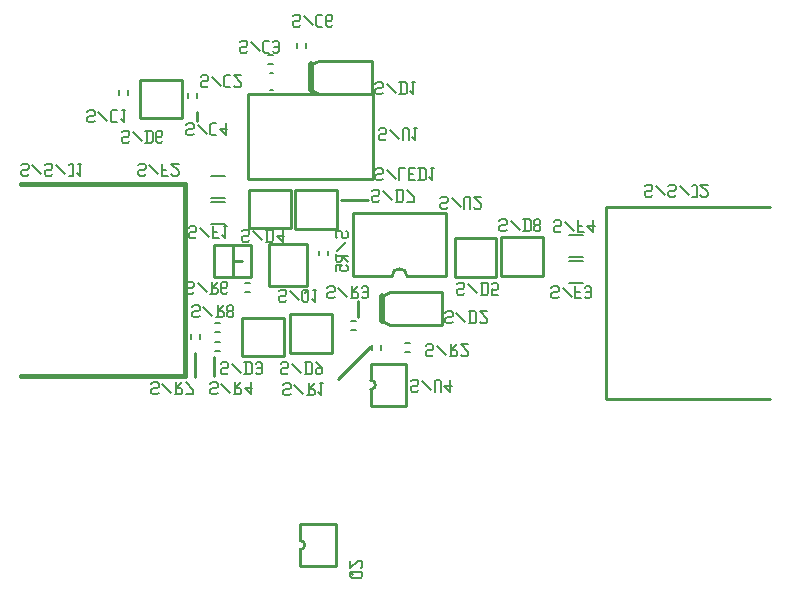
<source format=gbr>
G04 start of page 15 for group -4078 idx -4078 *
G04 Title: (unknown), bottomsilk *
G04 Creator: pcb 20100929 *
G04 CreationDate: Mon 18 Oct 2010 20:02:07 GMT UTC *
G04 For: alex *
G04 Format: Gerber/RS-274X *
G04 PCB-Dimensions: 253937 234252 *
G04 PCB-Coordinate-Origin: lower left *
%MOIN*%
%FSLAX25Y25*%
%LNBACKSILK*%
%ADD11C,0.0200*%
%ADD12C,0.0098*%
%ADD18C,0.0150*%
%ADD19C,0.0079*%
%ADD62C,0.0100*%
%ADD63C,0.0080*%
G54D12*X107874Y138977D02*X116930D01*
X106693Y79134D02*X117323Y89764D01*
X113386Y105119D02*Y100001D01*
X59056Y79922D02*Y87796D01*
X65355Y80315D02*Y86615D01*
X59843Y165355D02*Y168111D01*
G54D62*X106017Y16969D02*X94217D01*
X106017Y30869D02*Y16969D01*
X94217Y30869D02*X106017D01*
X94217Y25469D02*Y30869D01*
Y16969D02*Y22369D01*
G75*G03X94217Y25369I0J1500D01*G01*
X129560Y70416D02*X117760D01*
X129560Y84316D02*Y70416D01*
X117760Y84316D02*X129560D01*
X117760Y78916D02*Y84316D01*
Y70416D02*Y75816D01*
G75*G03X117760Y78816I0J1500D01*G01*
G54D19*X111186Y98449D02*X112760D01*
X111186Y95433D02*X112760D01*
G54D62*X104863Y88089D02*Y100889D01*
X90963D02*X104863D01*
X90963Y88089D02*Y100889D01*
Y88089D02*X104863D01*
X129805Y113507D02*X142871D01*
X111739D02*X124805D01*
X142871Y134719D02*Y113507D01*
X111739Y134719D02*X142871D01*
X111739D02*Y113507D01*
X129805D02*G75*G03X124805Y113507I-2500J0D01*G01*
X145692Y126124D02*Y113324D01*
X159592D01*
Y126124D02*Y113324D01*
X145692Y126124D02*X159592D01*
G54D19*X103477Y122047D02*Y120473D01*
X100461Y122047D02*Y120473D01*
X121193Y90551D02*Y88977D01*
X118177Y90551D02*Y88977D01*
X129296Y88347D02*X130870D01*
X129296Y91363D02*X130870D01*
G54D62*X123996Y97282D02*X121396Y98482D01*
X123996Y97282D02*X141596D01*
Y108282D02*Y97282D01*
X123996Y108282D02*X141596D01*
X121396Y107082D02*X123996Y108282D01*
G54D11*X121396Y107082D02*Y98482D01*
G54D62*X196182Y136587D02*X250957D01*
X196182Y72587D02*Y136587D01*
Y72587D02*X250957D01*
G54D63*X183860Y119882D02*X188584D01*
X183860Y127362D02*X188584D01*
X183859Y111222D02*X188583D01*
X183859Y118702D02*X188583D01*
G54D62*X175173Y126443D02*Y113643D01*
X161273Y126443D02*X175173D01*
X161273D02*Y113643D01*
X175173D01*
X40874Y166203D02*Y179003D01*
Y166203D02*X54774D01*
Y179003D01*
X40874D02*X54774D01*
G54D19*X36852Y175429D02*Y173855D01*
X33836Y175429D02*Y173855D01*
X56851Y172996D02*Y174570D01*
X59867Y172996D02*Y174570D01*
G54D63*X64568Y147048D02*X69292D01*
X64568Y139568D02*X69292D01*
G54D62*X118343Y174367D02*Y145867D01*
X76943Y174367D02*X118343D01*
X76943D02*Y145867D01*
X118343D01*
X100556Y174397D02*X97956Y175597D01*
X118156Y174397D02*X100556D01*
X118156Y185397D02*Y174397D01*
X100556Y185397D02*X118156D01*
X97956Y184197D02*X100556Y185397D01*
G54D11*X97956Y175597D02*Y184197D01*
G54D63*X84254Y181102D02*X85040D01*
X84254Y175592D02*X85040D01*
G54D19*X83465Y184319D02*X85039D01*
X83465Y187335D02*X85039D01*
X96300Y191106D02*Y189532D01*
X93284Y191106D02*Y189532D01*
X75824Y111261D02*X77398D01*
X75824Y108245D02*X77398D01*
G54D62*X71654Y118505D02*X74654D01*
X71654Y113205D02*Y123805D01*
X77954Y113205D02*X65354D01*
X77954Y123805D02*Y113205D01*
X65354Y123805D02*X77954D01*
X65354Y113205D02*Y123805D01*
X106370Y142190D02*Y129390D01*
X92470Y142190D02*X106370D01*
X92470D02*Y129390D01*
X106370D01*
G54D63*X64568Y138386D02*X69292D01*
X64568Y130906D02*X69292D01*
G54D62*X83721Y110354D02*X96521D01*
Y124254D01*
X83721D02*X96521D01*
X83721Y110354D02*Y124254D01*
X77096Y142264D02*Y129464D01*
X90996D01*
Y142264D02*Y129464D01*
X77096Y142264D02*X90996D01*
G54D18*X1170Y80304D02*X55945D01*
Y144304D02*Y80304D01*
X1170Y144304D02*X55945D01*
G54D19*X65749Y94949D02*X67323D01*
X65749Y97965D02*X67323D01*
X60957Y92521D02*Y94095D01*
X57941Y92521D02*Y94095D01*
X65749Y88650D02*X67323D01*
X65749Y91666D02*X67323D01*
G54D62*X74827Y99745D02*X88727D01*
Y86945D01*
X74827D02*X88727D01*
X74827Y99745D02*Y86945D01*
G54D19*X111391Y13033D02*X114391D01*
X114891Y13533D01*
Y14533D01*
X114391Y15033D01*
X111391D02*X114391D01*
X110891Y14533D02*X111391Y15033D01*
X110891Y13533D02*Y14533D01*
X111391Y13033D02*X110891Y13533D01*
X111891Y14033D02*X110891Y15033D01*
X114391Y16234D02*X114891Y16734D01*
Y18234D01*
X114391Y18734D01*
X113391D02*X114391D01*
X110891Y16234D02*X113391Y18734D01*
X110891Y16234D02*Y18734D01*
X89796Y80922D02*X90296Y81422D01*
X88296Y80922D02*X89796D01*
X87796Y81422D02*X88296Y80922D01*
X87796Y81422D02*Y82422D01*
X88296Y82922D01*
X89796D01*
X90296Y83422D01*
Y84422D01*
X89796Y84922D02*X90296Y84422D01*
X88296Y84922D02*X89796D01*
X87796Y84422D02*X88296Y84922D01*
X91497Y84422D02*X94497Y81422D01*
X96198Y80922D02*Y84922D01*
X97698Y80922D02*X98198Y81422D01*
Y84422D01*
X97698Y84922D02*X98198Y84422D01*
X95698Y84922D02*X97698D01*
X95698Y80922D02*X97698D01*
X99399Y84922D02*X101399Y82922D01*
Y81422D02*Y82922D01*
X100899Y80922D02*X101399Y81422D01*
X99899Y80922D02*X100899D01*
X99399Y81422D02*X99899Y80922D01*
X99399Y81422D02*Y82422D01*
X99899Y82922D01*
X101399D01*
X63025Y176591D02*X63525Y177091D01*
X61525Y176591D02*X63025D01*
X61025Y177091D02*X61525Y176591D01*
X61025Y177091D02*Y178091D01*
X61525Y178591D01*
X63025D01*
X63525Y179091D01*
Y180091D01*
X63025Y180591D02*X63525Y180091D01*
X61525Y180591D02*X63025D01*
X61025Y180091D02*X61525Y180591D01*
X64726Y180091D02*X67726Y177091D01*
X69427Y180591D02*X70927D01*
X68927Y180091D02*X69427Y180591D01*
X68927Y177091D02*Y180091D01*
Y177091D02*X69427Y176591D01*
X70927D01*
X72128Y177091D02*X72628Y176591D01*
X74128D01*
X74628Y177091D01*
Y178091D01*
X72128Y180591D02*X74628Y178091D01*
X72128Y180591D02*X74628D01*
X76016Y188009D02*X76516Y188509D01*
X74516Y188009D02*X76016D01*
X74016Y188509D02*X74516Y188009D01*
X74016Y188509D02*Y189509D01*
X74516Y190009D01*
X76016D01*
X76516Y190509D01*
Y191509D01*
X76016Y192009D02*X76516Y191509D01*
X74516Y192009D02*X76016D01*
X74016Y191509D02*X74516Y192009D01*
X77717Y191509D02*X80717Y188509D01*
X82418Y192009D02*X83918D01*
X81918Y191509D02*X82418Y192009D01*
X81918Y188509D02*Y191509D01*
Y188509D02*X82418Y188009D01*
X83918D01*
X85119Y188509D02*X85619Y188009D01*
X86619D01*
X87119Y188509D01*
Y191509D01*
X86619Y192009D02*X87119Y191509D01*
X85619Y192009D02*X86619D01*
X85119Y191509D02*X85619Y192009D01*
Y190009D02*X87119D01*
X93732Y196670D02*X94232Y197170D01*
X92232Y196670D02*X93732D01*
X91732Y197170D02*X92232Y196670D01*
X91732Y197170D02*Y198170D01*
X92232Y198670D01*
X93732D01*
X94232Y199170D01*
Y200170D01*
X93732Y200670D02*X94232Y200170D01*
X92232Y200670D02*X93732D01*
X91732Y200170D02*X92232Y200670D01*
X95433Y200170D02*X98433Y197170D01*
X100134Y200670D02*X101634D01*
X99634Y200170D02*X100134Y200670D01*
X99634Y197170D02*Y200170D01*
Y197170D02*X100134Y196670D01*
X101634D01*
X104335D02*X104835Y197170D01*
X103335Y196670D02*X104335D01*
X102835Y197170D02*X103335Y196670D01*
X102835Y197170D02*Y200170D01*
X103335Y200670D01*
X104335Y198670D02*X104835Y199170D01*
X102835Y198670D02*X104335D01*
X103335Y200670D02*X104335D01*
X104835Y200170D01*
Y199170D02*Y200170D01*
X121292Y145488D02*X121792Y145988D01*
X119792Y145488D02*X121292D01*
X119292Y145988D02*X119792Y145488D01*
X119292Y145988D02*Y146988D01*
X119792Y147488D01*
X121292D01*
X121792Y147988D01*
Y148988D01*
X121292Y149488D02*X121792Y148988D01*
X119792Y149488D02*X121292D01*
X119292Y148988D02*X119792Y149488D01*
X122993Y148988D02*X125993Y145988D01*
X127194Y145488D02*Y149488D01*
X129194D01*
X130395Y147488D02*X131895D01*
X130395Y149488D02*X132395D01*
X130395Y145488D02*Y149488D01*
Y145488D02*X132395D01*
X134096D02*Y149488D01*
X135596Y145488D02*X136096Y145988D01*
Y148988D01*
X135596Y149488D02*X136096Y148988D01*
X133596Y149488D02*X135596D01*
X133596Y145488D02*X135596D01*
X137797Y149488D02*X138797D01*
X138297Y145488D02*Y149488D01*
X137297Y146488D02*X138297Y145488D01*
X59088Y126198D02*X59588Y126698D01*
X57588Y126198D02*X59088D01*
X57088Y126698D02*X57588Y126198D01*
X57088Y126698D02*Y127698D01*
X57588Y128198D01*
X59088D01*
X59588Y128698D01*
Y129698D01*
X59088Y130198D02*X59588Y129698D01*
X57588Y130198D02*X59088D01*
X57088Y129698D02*X57588Y130198D01*
X60789Y129698D02*X63789Y126698D01*
X64990Y126198D02*Y130198D01*
Y126198D02*X66990D01*
X64990Y128198D02*X66490D01*
X68691Y130198D02*X69691D01*
X69191Y126198D02*Y130198D01*
X68191Y127198D02*X69191Y126198D01*
X76804Y125016D02*X77304Y125516D01*
X75304Y125016D02*X76804D01*
X74804Y125516D02*X75304Y125016D01*
X74804Y125516D02*Y126516D01*
X75304Y127016D01*
X76804D01*
X77304Y127516D01*
Y128516D01*
X76804Y129016D02*X77304Y128516D01*
X75304Y129016D02*X76804D01*
X74804Y128516D02*X75304Y129016D01*
X78505Y128516D02*X81505Y125516D01*
X83206Y125016D02*Y129016D01*
X84706Y125016D02*X85206Y125516D01*
Y128516D01*
X84706Y129016D02*X85206Y128516D01*
X82706Y129016D02*X84706D01*
X82706Y125016D02*X84706D01*
X86407Y127016D02*X88407Y125016D01*
X86407Y127016D02*X88907D01*
X88407Y125016D02*Y129016D01*
X106119Y126741D02*X106619Y126241D01*
X106119Y126741D02*Y128241D01*
X106619Y128741D02*X106119Y128241D01*
X106619Y128741D02*X107619D01*
X108119Y128241D01*
Y126741D02*Y128241D01*
Y126741D02*X108619Y126241D01*
X109619D01*
X110119Y126741D02*X109619Y126241D01*
X110119Y126741D02*Y128241D01*
X109619Y128741D02*X110119Y128241D01*
X109619Y125040D02*X106619Y122040D01*
X106119Y118839D02*Y120839D01*
Y118839D02*X106619Y118339D01*
X107619D01*
X108119Y118839D02*X107619Y118339D01*
X108119Y118839D02*Y120339D01*
X106119D02*X110119D01*
X108119D02*X110119Y118339D01*
X106119Y115138D02*Y117138D01*
X108119D01*
X107619Y116638D01*
Y115638D02*Y116638D01*
Y115638D02*X108119Y115138D01*
X109619D01*
X110119Y115638D02*X109619Y115138D01*
X110119Y115638D02*Y116638D01*
X109619Y117138D02*X110119Y116638D01*
X122474Y158874D02*X122974Y159374D01*
X120974Y158874D02*X122474D01*
X120474Y159374D02*X120974Y158874D01*
X120474Y159374D02*Y160374D01*
X120974Y160874D01*
X122474D01*
X122974Y161374D01*
Y162374D01*
X122474Y162874D02*X122974Y162374D01*
X120974Y162874D02*X122474D01*
X120474Y162374D02*X120974Y162874D01*
X124175Y162374D02*X127175Y159374D01*
X128376Y158874D02*Y162374D01*
X128876Y162874D01*
X129876D01*
X130376Y162374D01*
Y158874D02*Y162374D01*
X132077Y162874D02*X133077D01*
X132577Y158874D02*Y162874D01*
X131577Y159874D02*X132577Y158874D01*
X121293Y174229D02*X121793Y174729D01*
X119793Y174229D02*X121293D01*
X119293Y174729D02*X119793Y174229D01*
X119293Y174729D02*Y175729D01*
X119793Y176229D01*
X121293D01*
X121793Y176729D01*
Y177729D01*
X121293Y178229D02*X121793Y177729D01*
X119793Y178229D02*X121293D01*
X119293Y177729D02*X119793Y178229D01*
X122994Y177729D02*X125994Y174729D01*
X127695Y174229D02*Y178229D01*
X129195Y174229D02*X129695Y174729D01*
Y177729D01*
X129195Y178229D02*X129695Y177729D01*
X127195Y178229D02*X129195D01*
X127195Y174229D02*X129195D01*
X131396Y178229D02*X132396D01*
X131896Y174229D02*Y178229D01*
X130896Y175229D02*X131896Y174229D01*
X89008Y104938D02*X89508Y105438D01*
X87508Y104938D02*X89008D01*
X87008Y105438D02*X87508Y104938D01*
X87008Y105438D02*Y106438D01*
X87508Y106938D01*
X89008D01*
X89508Y107438D01*
Y108438D01*
X89008Y108938D02*X89508Y108438D01*
X87508Y108938D02*X89008D01*
X87008Y108438D02*X87508Y108938D01*
X90709Y108438D02*X93709Y105438D01*
X94910D02*Y108438D01*
Y105438D02*X95410Y104938D01*
X96410D01*
X96910Y105438D01*
Y108438D01*
X96410Y108938D02*X96910Y108438D01*
X95410Y108938D02*X96410D01*
X94910Y108438D02*X95410Y108938D01*
X95910Y107938D02*X96910Y108938D01*
X98611D02*X99611D01*
X99111Y104938D02*Y108938D01*
X98111Y105938D02*X99111Y104938D01*
X69718Y80921D02*X70218Y81421D01*
X68218Y80921D02*X69718D01*
X67718Y81421D02*X68218Y80921D01*
X67718Y81421D02*Y82421D01*
X68218Y82921D01*
X69718D01*
X70218Y83421D01*
Y84421D01*
X69718Y84921D02*X70218Y84421D01*
X68218Y84921D02*X69718D01*
X67718Y84421D02*X68218Y84921D01*
X71419Y84421D02*X74419Y81421D01*
X76120Y80921D02*Y84921D01*
X77620Y80921D02*X78120Y81421D01*
Y84421D01*
X77620Y84921D02*X78120Y84421D01*
X75620Y84921D02*X77620D01*
X75620Y80921D02*X77620D01*
X79321Y81421D02*X79821Y80921D01*
X80821D01*
X81321Y81421D01*
Y84421D01*
X80821Y84921D02*X81321Y84421D01*
X79821Y84921D02*X80821D01*
X79321Y84421D02*X79821Y84921D01*
Y82921D02*X81321D01*
X142945Y136040D02*X143445Y136540D01*
X141445Y136040D02*X142945D01*
X140945Y136540D02*X141445Y136040D01*
X140945Y136540D02*Y137540D01*
X141445Y138040D01*
X142945D01*
X143445Y138540D01*
Y139540D01*
X142945Y140040D02*X143445Y139540D01*
X141445Y140040D02*X142945D01*
X140945Y139540D02*X141445Y140040D01*
X144646Y139540D02*X147646Y136540D01*
X148847Y136040D02*Y139540D01*
X149347Y140040D01*
X150347D01*
X150847Y139540D01*
Y136040D02*Y139540D01*
X152048Y136540D02*X152548Y136040D01*
X154048D01*
X154548Y136540D01*
Y137540D01*
X152048Y140040D02*X154548Y137540D01*
X152048Y140040D02*X154548D01*
X144519Y97851D02*X145019Y98351D01*
X143019Y97851D02*X144519D01*
X142519Y98351D02*X143019Y97851D01*
X142519Y98351D02*Y99351D01*
X143019Y99851D01*
X144519D01*
X145019Y100351D01*
Y101351D01*
X144519Y101851D02*X145019Y101351D01*
X143019Y101851D02*X144519D01*
X142519Y101351D02*X143019Y101851D01*
X146220Y101351D02*X149220Y98351D01*
X150921Y97851D02*Y101851D01*
X152421Y97851D02*X152921Y98351D01*
Y101351D01*
X152421Y101851D02*X152921Y101351D01*
X150421Y101851D02*X152421D01*
X150421Y97851D02*X152421D01*
X154122Y98351D02*X154622Y97851D01*
X156122D01*
X156622Y98351D01*
Y99351D01*
X154122Y101851D02*X156622Y99351D01*
X154122Y101851D02*X156622D01*
X133103Y75016D02*X133603Y75516D01*
X131603Y75016D02*X133103D01*
X131103Y75516D02*X131603Y75016D01*
X131103Y75516D02*Y76516D01*
X131603Y77016D01*
X133103D01*
X133603Y77516D01*
Y78516D01*
X133103Y79016D02*X133603Y78516D01*
X131603Y79016D02*X133103D01*
X131103Y78516D02*X131603Y79016D01*
X134804Y78516D02*X137804Y75516D01*
X139005Y75016D02*Y78516D01*
X139505Y79016D01*
X140505D01*
X141005Y78516D01*
Y75016D02*Y78516D01*
X142206Y77016D02*X144206Y75016D01*
X142206Y77016D02*X144706D01*
X144206Y75016D02*Y79016D01*
X138131Y86886D02*X138631Y87386D01*
X136631Y86886D02*X138131D01*
X136131Y87386D02*X136631Y86886D01*
X136131Y87386D02*Y88386D01*
X136631Y88886D01*
X138131D01*
X138631Y89386D01*
Y90386D01*
X138131Y90886D02*X138631Y90386D01*
X136631Y90886D02*X138131D01*
X136131Y90386D02*X136631Y90886D01*
X139832Y90386D02*X142832Y87386D01*
X144033Y86886D02*X146033D01*
X146533Y87386D01*
Y88386D01*
X146033Y88886D02*X146533Y88386D01*
X144533Y88886D02*X146033D01*
X144533Y86886D02*Y90886D01*
Y88886D02*X146533Y90886D01*
X147734Y87386D02*X148234Y86886D01*
X149734D01*
X150234Y87386D01*
Y88386D01*
X147734Y90886D02*X150234Y88386D01*
X147734Y90886D02*X150234D01*
X120111Y138402D02*X120611Y138902D01*
X118611Y138402D02*X120111D01*
X118111Y138902D02*X118611Y138402D01*
X118111Y138902D02*Y139902D01*
X118611Y140402D01*
X120111D01*
X120611Y140902D01*
Y141902D01*
X120111Y142402D02*X120611Y141902D01*
X118611Y142402D02*X120111D01*
X118111Y141902D02*X118611Y142402D01*
X121812Y141902D02*X124812Y138902D01*
X126513Y138402D02*Y142402D01*
X128013Y138402D02*X128513Y138902D01*
Y141902D01*
X128013Y142402D02*X128513Y141902D01*
X126013Y142402D02*X128013D01*
X126013Y138402D02*X128013D01*
X129714Y142402D02*X132214Y139902D01*
Y138402D02*Y139902D01*
X129714Y138402D02*X132214D01*
X105150Y106119D02*X105650Y106619D01*
X103650Y106119D02*X105150D01*
X103150Y106619D02*X103650Y106119D01*
X103150Y106619D02*Y107619D01*
X103650Y108119D01*
X105150D01*
X105650Y108619D01*
Y109619D01*
X105150Y110119D02*X105650Y109619D01*
X103650Y110119D02*X105150D01*
X103150Y109619D02*X103650Y110119D01*
X106851Y109619D02*X109851Y106619D01*
X111052Y106119D02*X113052D01*
X113552Y106619D01*
Y107619D01*
X113052Y108119D02*X113552Y107619D01*
X111552Y108119D02*X113052D01*
X111552Y106119D02*Y110119D01*
Y108119D02*X113552Y110119D01*
X114753Y106619D02*X115253Y106119D01*
X116253D01*
X116753Y106619D01*
Y109619D01*
X116253Y110119D02*X116753Y109619D01*
X115253Y110119D02*X116253D01*
X114753Y109619D02*X115253Y110119D01*
Y108119D02*X116753D01*
X148458Y107300D02*X148958Y107800D01*
X146958Y107300D02*X148458D01*
X146458Y107800D02*X146958Y107300D01*
X146458Y107800D02*Y108800D01*
X146958Y109300D01*
X148458D01*
X148958Y109800D01*
Y110800D01*
X148458Y111300D02*X148958Y110800D01*
X146958Y111300D02*X148458D01*
X146458Y110800D02*X146958Y111300D01*
X150159Y110800D02*X153159Y107800D01*
X154860Y107300D02*Y111300D01*
X156360Y107300D02*X156860Y107800D01*
Y110800D01*
X156360Y111300D02*X156860Y110800D01*
X154360Y111300D02*X156360D01*
X154360Y107300D02*X156360D01*
X158061D02*X160061D01*
X158061D02*Y109300D01*
X158561Y108800D01*
X159561D01*
X160061Y109300D01*
Y110800D01*
X159561Y111300D02*X160061Y110800D01*
X158561Y111300D02*X159561D01*
X158061Y110800D02*X158561Y111300D01*
X179953Y106118D02*X180453Y106618D01*
X178453Y106118D02*X179953D01*
X177953Y106618D02*X178453Y106118D01*
X177953Y106618D02*Y107618D01*
X178453Y108118D01*
X179953D01*
X180453Y108618D01*
Y109618D01*
X179953Y110118D02*X180453Y109618D01*
X178453Y110118D02*X179953D01*
X177953Y109618D02*X178453Y110118D01*
X181654Y109618D02*X184654Y106618D01*
X185855Y106118D02*Y110118D01*
Y106118D02*X187855D01*
X185855Y108118D02*X187355D01*
X189056Y106618D02*X189556Y106118D01*
X190556D01*
X191056Y106618D01*
Y109618D01*
X190556Y110118D02*X191056Y109618D01*
X189556Y110118D02*X190556D01*
X189056Y109618D02*X189556Y110118D01*
Y108118D02*X191056D01*
X162630Y128560D02*X163130Y129060D01*
X161130Y128560D02*X162630D01*
X160630Y129060D02*X161130Y128560D01*
X160630Y129060D02*Y130060D01*
X161130Y130560D01*
X162630D01*
X163130Y131060D01*
Y132060D01*
X162630Y132560D02*X163130Y132060D01*
X161130Y132560D02*X162630D01*
X160630Y132060D02*X161130Y132560D01*
X164331Y132060D02*X167331Y129060D01*
X169032Y128560D02*Y132560D01*
X170532Y128560D02*X171032Y129060D01*
Y132060D01*
X170532Y132560D02*X171032Y132060D01*
X168532Y132560D02*X170532D01*
X168532Y128560D02*X170532D01*
X172233Y132060D02*X172733Y132560D01*
X172233Y131060D02*Y132060D01*
Y131060D02*X172733Y130560D01*
X173733D01*
X174233Y131060D01*
Y132060D01*
X173733Y132560D02*X174233Y132060D01*
X172733Y132560D02*X173733D01*
X172233Y130060D02*X172733Y130560D01*
X172233Y129060D02*Y130060D01*
Y129060D02*X172733Y128560D01*
X173733D01*
X174233Y129060D01*
Y130060D01*
X173733Y130560D02*X174233Y130060D01*
X211056Y139977D02*X211556Y140477D01*
X209556Y139977D02*X211056D01*
X209056Y140477D02*X209556Y139977D01*
X209056Y140477D02*Y141477D01*
X209556Y141977D01*
X211056D01*
X211556Y142477D01*
Y143477D01*
X211056Y143977D02*X211556Y143477D01*
X209556Y143977D02*X211056D01*
X209056Y143477D02*X209556Y143977D01*
X212757Y143477D02*X215757Y140477D01*
X218958Y139977D02*X219458Y140477D01*
X217458Y139977D02*X218958D01*
X216958Y140477D02*X217458Y139977D01*
X216958Y140477D02*Y141477D01*
X217458Y141977D01*
X218958D01*
X219458Y142477D01*
Y143477D01*
X218958Y143977D02*X219458Y143477D01*
X217458Y143977D02*X218958D01*
X216958Y143477D02*X217458Y143977D01*
X220659Y143477D02*X223659Y140477D01*
X224860Y139977D02*X226360D01*
Y143477D01*
X225860Y143977D02*X226360Y143477D01*
X225360Y143977D02*X225860D01*
X224860Y143477D02*X225360Y143977D01*
X227561Y140477D02*X228061Y139977D01*
X229561D01*
X230061Y140477D01*
Y141477D01*
X227561Y143977D02*X230061Y141477D01*
X227561Y143977D02*X230061D01*
X180741Y128165D02*X181241Y128665D01*
X179241Y128165D02*X180741D01*
X178741Y128665D02*X179241Y128165D01*
X178741Y128665D02*Y129665D01*
X179241Y130165D01*
X180741D01*
X181241Y130665D01*
Y131665D01*
X180741Y132165D02*X181241Y131665D01*
X179241Y132165D02*X180741D01*
X178741Y131665D02*X179241Y132165D01*
X182442Y131665D02*X185442Y128665D01*
X186643Y128165D02*Y132165D01*
Y128165D02*X188643D01*
X186643Y130165D02*X188143D01*
X189844D02*X191844Y128165D01*
X189844Y130165D02*X192344D01*
X191844Y128165D02*Y132165D01*
X46488Y74229D02*X46988Y74729D01*
X44988Y74229D02*X46488D01*
X44488Y74729D02*X44988Y74229D01*
X44488Y74729D02*Y75729D01*
X44988Y76229D01*
X46488D01*
X46988Y76729D01*
Y77729D01*
X46488Y78229D02*X46988Y77729D01*
X44988Y78229D02*X46488D01*
X44488Y77729D02*X44988Y78229D01*
X48189Y77729D02*X51189Y74729D01*
X52390Y74229D02*X54390D01*
X54890Y74729D01*
Y75729D01*
X54390Y76229D02*X54890Y75729D01*
X52890Y76229D02*X54390D01*
X52890Y74229D02*Y78229D01*
Y76229D02*X54890Y78229D01*
X56091D02*X58591Y75729D01*
Y74229D02*Y75729D01*
X56091Y74229D02*X58591D01*
X3181Y147063D02*X3681Y147563D01*
X1681Y147063D02*X3181D01*
X1181Y147563D02*X1681Y147063D01*
X1181Y147563D02*Y148563D01*
X1681Y149063D01*
X3181D01*
X3681Y149563D01*
Y150563D01*
X3181Y151063D02*X3681Y150563D01*
X1681Y151063D02*X3181D01*
X1181Y150563D02*X1681Y151063D01*
X4882Y150563D02*X7882Y147563D01*
X11083Y147063D02*X11583Y147563D01*
X9583Y147063D02*X11083D01*
X9083Y147563D02*X9583Y147063D01*
X9083Y147563D02*Y148563D01*
X9583Y149063D01*
X11083D01*
X11583Y149563D01*
Y150563D01*
X11083Y151063D02*X11583Y150563D01*
X9583Y151063D02*X11083D01*
X9083Y150563D02*X9583Y151063D01*
X12784Y150563D02*X15784Y147563D01*
X16985Y147063D02*X18485D01*
Y150563D01*
X17985Y151063D02*X18485Y150563D01*
X17485Y151063D02*X17985D01*
X16985Y150563D02*X17485Y151063D01*
X20186D02*X21186D01*
X20686Y147063D02*Y151063D01*
X19686Y148063D02*X20686Y147063D01*
X25229Y164780D02*X25729Y165280D01*
X23729Y164780D02*X25229D01*
X23229Y165280D02*X23729Y164780D01*
X23229Y165280D02*Y166280D01*
X23729Y166780D01*
X25229D01*
X25729Y167280D01*
Y168280D01*
X25229Y168780D02*X25729Y168280D01*
X23729Y168780D02*X25229D01*
X23229Y168280D02*X23729Y168780D01*
X26930Y168280D02*X29930Y165280D01*
X31631Y168780D02*X33131D01*
X31131Y168280D02*X31631Y168780D01*
X31131Y165280D02*Y168280D01*
Y165280D02*X31631Y164780D01*
X33131D01*
X34832Y168780D02*X35832D01*
X35332Y164780D02*Y168780D01*
X34332Y165780D02*X35332Y164780D01*
X36646Y158087D02*X37146Y158587D01*
X35146Y158087D02*X36646D01*
X34646Y158587D02*X35146Y158087D01*
X34646Y158587D02*Y159587D01*
X35146Y160087D01*
X36646D01*
X37146Y160587D01*
Y161587D01*
X36646Y162087D02*X37146Y161587D01*
X35146Y162087D02*X36646D01*
X34646Y161587D02*X35146Y162087D01*
X38347Y161587D02*X41347Y158587D01*
X43048Y158087D02*Y162087D01*
X44548Y158087D02*X45048Y158587D01*
Y161587D01*
X44548Y162087D02*X45048Y161587D01*
X42548Y162087D02*X44548D01*
X42548Y158087D02*X44548D01*
X47749D02*X48249Y158587D01*
X46749Y158087D02*X47749D01*
X46249Y158587D02*X46749Y158087D01*
X46249Y158587D02*Y161587D01*
X46749Y162087D01*
X47749Y160087D02*X48249Y160587D01*
X46249Y160087D02*X47749D01*
X46749Y162087D02*X47749D01*
X48249Y161587D01*
Y160587D02*Y161587D01*
X58299Y160450D02*X58799Y160950D01*
X56799Y160450D02*X58299D01*
X56299Y160950D02*X56799Y160450D01*
X56299Y160950D02*Y161950D01*
X56799Y162450D01*
X58299D01*
X58799Y162950D01*
Y163950D01*
X58299Y164450D02*X58799Y163950D01*
X56799Y164450D02*X58299D01*
X56299Y163950D02*X56799Y164450D01*
X60000Y163950D02*X63000Y160950D01*
X64701Y164450D02*X66201D01*
X64201Y163950D02*X64701Y164450D01*
X64201Y160950D02*Y163950D01*
Y160950D02*X64701Y160450D01*
X66201D01*
X67402Y162450D02*X69402Y160450D01*
X67402Y162450D02*X69902D01*
X69402Y160450D02*Y164450D01*
X42157Y147063D02*X42657Y147563D01*
X40657Y147063D02*X42157D01*
X40157Y147563D02*X40657Y147063D01*
X40157Y147563D02*Y148563D01*
X40657Y149063D01*
X42157D01*
X42657Y149563D01*
Y150563D01*
X42157Y151063D02*X42657Y150563D01*
X40657Y151063D02*X42157D01*
X40157Y150563D02*X40657Y151063D01*
X43858Y150563D02*X46858Y147563D01*
X48059Y147063D02*Y151063D01*
Y147063D02*X50059D01*
X48059Y149063D02*X49559D01*
X51260Y147563D02*X51760Y147063D01*
X53260D01*
X53760Y147563D01*
Y148563D01*
X51260Y151063D02*X53760Y148563D01*
X51260Y151063D02*X53760D01*
X60268Y99819D02*X60768Y100319D01*
X58768Y99819D02*X60268D01*
X58268Y100319D02*X58768Y99819D01*
X58268Y100319D02*Y101319D01*
X58768Y101819D01*
X60268D01*
X60768Y102319D01*
Y103319D01*
X60268Y103819D02*X60768Y103319D01*
X58768Y103819D02*X60268D01*
X58268Y103319D02*X58768Y103819D01*
X61969Y103319D02*X64969Y100319D01*
X66170Y99819D02*X68170D01*
X68670Y100319D01*
Y101319D01*
X68170Y101819D02*X68670Y101319D01*
X66670Y101819D02*X68170D01*
X66670Y99819D02*Y103819D01*
Y101819D02*X68670Y103819D01*
X69871Y103319D02*X70371Y103819D01*
X69871Y102319D02*Y103319D01*
Y102319D02*X70371Y101819D01*
X71371D01*
X71871Y102319D01*
Y103319D01*
X71371Y103819D02*X71871Y103319D01*
X70371Y103819D02*X71371D01*
X69871Y101319D02*X70371Y101819D01*
X69871Y100319D02*Y101319D01*
Y100319D02*X70371Y99819D01*
X71371D01*
X71871Y100319D01*
Y101319D01*
X71371Y101819D02*X71871Y101319D01*
X58299Y107693D02*X58799Y108193D01*
X56799Y107693D02*X58299D01*
X56299Y108193D02*X56799Y107693D01*
X56299Y108193D02*Y109193D01*
X56799Y109693D01*
X58299D01*
X58799Y110193D01*
Y111193D01*
X58299Y111693D02*X58799Y111193D01*
X56799Y111693D02*X58299D01*
X56299Y111193D02*X56799Y111693D01*
X60000Y111193D02*X63000Y108193D01*
X64201Y107693D02*X66201D01*
X66701Y108193D01*
Y109193D01*
X66201Y109693D02*X66701Y109193D01*
X64701Y109693D02*X66201D01*
X64701Y107693D02*Y111693D01*
Y109693D02*X66701Y111693D01*
X69402Y107693D02*X69902Y108193D01*
X68402Y107693D02*X69402D01*
X67902Y108193D02*X68402Y107693D01*
X67902Y108193D02*Y111193D01*
X68402Y111693D01*
X69402Y109693D02*X69902Y110193D01*
X67902Y109693D02*X69402D01*
X68402Y111693D02*X69402D01*
X69902Y111193D01*
Y110193D02*Y111193D01*
X66173Y74229D02*X66673Y74729D01*
X64673Y74229D02*X66173D01*
X64173Y74729D02*X64673Y74229D01*
X64173Y74729D02*Y75729D01*
X64673Y76229D01*
X66173D01*
X66673Y76729D01*
Y77729D01*
X66173Y78229D02*X66673Y77729D01*
X64673Y78229D02*X66173D01*
X64173Y77729D02*X64673Y78229D01*
X67874Y77729D02*X70874Y74729D01*
X72075Y74229D02*X74075D01*
X74575Y74729D01*
Y75729D01*
X74075Y76229D02*X74575Y75729D01*
X72575Y76229D02*X74075D01*
X72575Y74229D02*Y78229D01*
Y76229D02*X74575Y78229D01*
X75776Y76229D02*X77776Y74229D01*
X75776Y76229D02*X78276D01*
X77776Y74229D02*Y78229D01*
X90583Y73835D02*X91083Y74335D01*
X89083Y73835D02*X90583D01*
X88583Y74335D02*X89083Y73835D01*
X88583Y74335D02*Y75335D01*
X89083Y75835D01*
X90583D01*
X91083Y76335D01*
Y77335D01*
X90583Y77835D02*X91083Y77335D01*
X89083Y77835D02*X90583D01*
X88583Y77335D02*X89083Y77835D01*
X92284Y77335D02*X95284Y74335D01*
X96485Y73835D02*X98485D01*
X98985Y74335D01*
Y75335D01*
X98485Y75835D02*X98985Y75335D01*
X96985Y75835D02*X98485D01*
X96985Y73835D02*Y77835D01*
Y75835D02*X98985Y77835D01*
X100686D02*X101686D01*
X101186Y73835D02*Y77835D01*
X100186Y74835D02*X101186Y73835D01*
M02*

</source>
